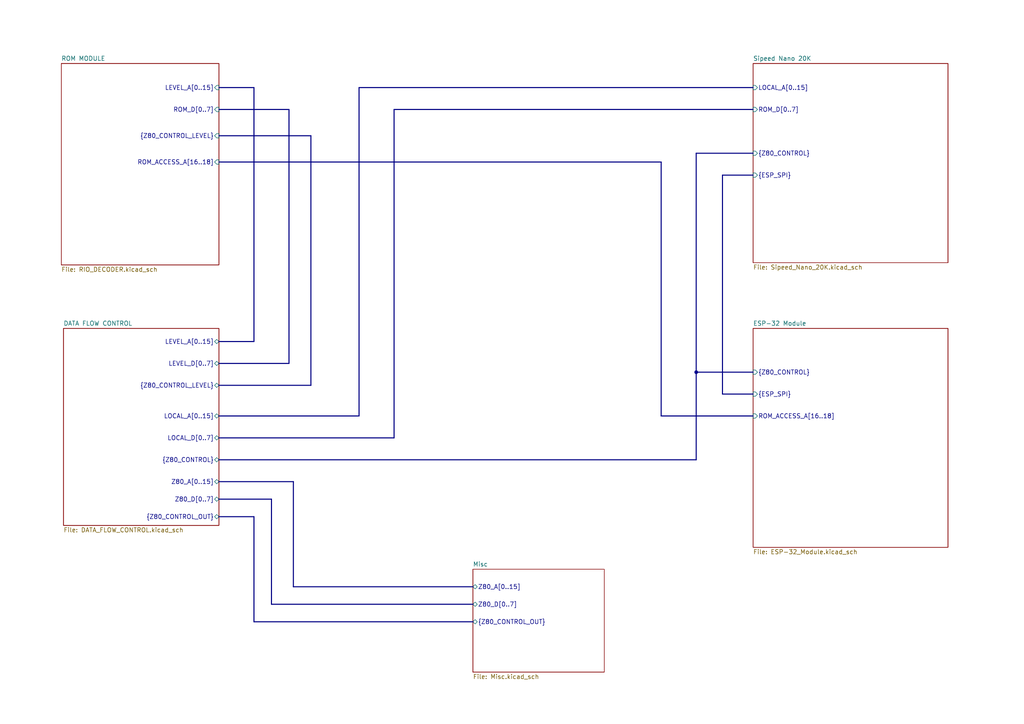
<source format=kicad_sch>
(kicad_sch
	(version 20231120)
	(generator "eeschema")
	(generator_version "8.0")
	(uuid "3f4c9c6f-2a2f-4b07-95a4-300eafec0cc9")
	(paper "A4")
	(lib_symbols)
	(bus_alias "Z80_CONTROL"
		(members "RD" "RW" "IORQ" "MEMRQ" "BUSRQ" "WAIT" "NMI" "ROMCS" "BUSACK"
			"RESET" "Spare_1" "Spare_2" "Spare_3" "Spare_4" "SYSTEM_READY"
		)
	)
	(junction
		(at 201.93 107.95)
		(diameter 0)
		(color 0 0 0 0)
		(uuid "5ddcb26b-d3c4-4b69-a36c-04c64ad744d2")
	)
	(bus
		(pts
			(xy 63.5 120.65) (xy 104.14 120.65)
		)
		(stroke
			(width 0)
			(type default)
		)
		(uuid "0613132a-8e03-47e9-98a6-e722914156ec")
	)
	(bus
		(pts
			(xy 73.66 99.06) (xy 73.66 25.4)
		)
		(stroke
			(width 0)
			(type default)
		)
		(uuid "0c70d41d-bd3e-4c2c-a923-f2b35e293df9")
	)
	(bus
		(pts
			(xy 63.5 46.99) (xy 191.77 46.99)
		)
		(stroke
			(width 0)
			(type default)
		)
		(uuid "145c90f9-b555-4cb7-921c-3d56522301de")
	)
	(bus
		(pts
			(xy 114.3 127) (xy 114.3 31.75)
		)
		(stroke
			(width 0)
			(type default)
		)
		(uuid "18ed830b-cebb-49b7-bc97-a6e36e16975d")
	)
	(bus
		(pts
			(xy 63.5 149.86) (xy 73.66 149.86)
		)
		(stroke
			(width 0)
			(type default)
		)
		(uuid "1cdb9c35-279e-4c16-9b62-1394737e78be")
	)
	(bus
		(pts
			(xy 201.93 44.45) (xy 218.44 44.45)
		)
		(stroke
			(width 0)
			(type default)
		)
		(uuid "213e7a1a-d52c-4594-9540-248941e3b065")
	)
	(bus
		(pts
			(xy 85.09 139.7) (xy 85.09 170.18)
		)
		(stroke
			(width 0)
			(type default)
		)
		(uuid "374a30be-719d-4dbf-b08f-cd93cc222ab7")
	)
	(bus
		(pts
			(xy 83.82 105.41) (xy 83.82 31.75)
		)
		(stroke
			(width 0)
			(type default)
		)
		(uuid "37d3fdb3-4add-45fb-bb1f-841a1abb747b")
	)
	(bus
		(pts
			(xy 114.3 31.75) (xy 218.44 31.75)
		)
		(stroke
			(width 0)
			(type default)
		)
		(uuid "3f306570-8e53-4cab-b061-e06af39619e7")
	)
	(bus
		(pts
			(xy 63.5 99.06) (xy 73.66 99.06)
		)
		(stroke
			(width 0)
			(type default)
		)
		(uuid "417f1d09-89b7-427b-82d1-6f6b649ac9ba")
	)
	(bus
		(pts
			(xy 104.14 120.65) (xy 104.14 25.4)
		)
		(stroke
			(width 0)
			(type default)
		)
		(uuid "498abfcd-ed09-4532-bb8c-130edc4f2609")
	)
	(bus
		(pts
			(xy 218.44 50.8) (xy 209.55 50.8)
		)
		(stroke
			(width 0)
			(type default)
		)
		(uuid "4ea1ec56-1dc9-4c94-aa4d-0b8ece1629ca")
	)
	(bus
		(pts
			(xy 104.14 25.4) (xy 218.44 25.4)
		)
		(stroke
			(width 0)
			(type default)
		)
		(uuid "5474b9e2-5d5e-45f6-95cc-d4f8cc4f9c1d")
	)
	(bus
		(pts
			(xy 63.5 139.7) (xy 85.09 139.7)
		)
		(stroke
			(width 0)
			(type default)
		)
		(uuid "5e1d6167-6f71-416d-9af6-9327390fc2ec")
	)
	(bus
		(pts
			(xy 63.5 105.41) (xy 83.82 105.41)
		)
		(stroke
			(width 0)
			(type default)
		)
		(uuid "63c33ec1-d6fe-4599-8228-63f881415cb8")
	)
	(bus
		(pts
			(xy 201.93 133.35) (xy 201.93 107.95)
		)
		(stroke
			(width 0)
			(type default)
		)
		(uuid "6ed99457-5ae8-44d4-9eb1-9bb048c77577")
	)
	(bus
		(pts
			(xy 73.66 149.86) (xy 73.66 180.34)
		)
		(stroke
			(width 0)
			(type default)
		)
		(uuid "810a2118-e498-43a4-8471-4ca8b579ad16")
	)
	(bus
		(pts
			(xy 63.5 133.35) (xy 201.93 133.35)
		)
		(stroke
			(width 0)
			(type default)
		)
		(uuid "9534b6ed-b0d5-4771-9012-60b2894b4fa7")
	)
	(bus
		(pts
			(xy 90.17 111.76) (xy 63.5 111.76)
		)
		(stroke
			(width 0)
			(type default)
		)
		(uuid "9ac019da-d8ed-4485-9d79-23d1a0efafd4")
	)
	(bus
		(pts
			(xy 85.09 170.18) (xy 137.16 170.18)
		)
		(stroke
			(width 0)
			(type default)
		)
		(uuid "a33b024e-72b8-41b6-a88b-83206cba0355")
	)
	(bus
		(pts
			(xy 63.5 39.37) (xy 90.17 39.37)
		)
		(stroke
			(width 0)
			(type default)
		)
		(uuid "a52cf348-a344-401e-a3ca-f8a7e23921b6")
	)
	(bus
		(pts
			(xy 83.82 31.75) (xy 63.5 31.75)
		)
		(stroke
			(width 0)
			(type default)
		)
		(uuid "a5878e97-a21b-47ce-8916-7c39c934df93")
	)
	(bus
		(pts
			(xy 201.93 107.95) (xy 201.93 44.45)
		)
		(stroke
			(width 0)
			(type default)
		)
		(uuid "b18abe23-9544-4487-8a9a-1231fd8e4868")
	)
	(bus
		(pts
			(xy 191.77 46.99) (xy 191.77 120.65)
		)
		(stroke
			(width 0)
			(type default)
		)
		(uuid "b2b8428a-a3fd-4b41-a9ad-80b39f317e82")
	)
	(bus
		(pts
			(xy 209.55 50.8) (xy 209.55 114.3)
		)
		(stroke
			(width 0)
			(type default)
		)
		(uuid "b86105da-20cf-467d-81a4-97ce98da63e0")
	)
	(bus
		(pts
			(xy 218.44 107.95) (xy 201.93 107.95)
		)
		(stroke
			(width 0)
			(type default)
		)
		(uuid "c04eb9ff-722b-40fe-b8f9-7f52c39a0b03")
	)
	(bus
		(pts
			(xy 63.5 127) (xy 114.3 127)
		)
		(stroke
			(width 0)
			(type default)
		)
		(uuid "c34aaa9d-aae3-4131-a335-dec662d80c41")
	)
	(bus
		(pts
			(xy 78.74 175.26) (xy 137.16 175.26)
		)
		(stroke
			(width 0)
			(type default)
		)
		(uuid "c5221797-650b-4f0c-a25c-744da3edab3e")
	)
	(bus
		(pts
			(xy 63.5 144.78) (xy 78.74 144.78)
		)
		(stroke
			(width 0)
			(type default)
		)
		(uuid "c5c8d909-a342-4276-a62d-33b64431395e")
	)
	(bus
		(pts
			(xy 73.66 180.34) (xy 137.16 180.34)
		)
		(stroke
			(width 0)
			(type default)
		)
		(uuid "cc60262b-d038-4b60-8033-3814b1eafabc")
	)
	(bus
		(pts
			(xy 209.55 114.3) (xy 218.44 114.3)
		)
		(stroke
			(width 0)
			(type default)
		)
		(uuid "d931dca4-7622-4ba0-a502-db8d97afc842")
	)
	(bus
		(pts
			(xy 78.74 144.78) (xy 78.74 175.26)
		)
		(stroke
			(width 0)
			(type default)
		)
		(uuid "e2eb6fb3-3d31-40fb-bd6d-b819313fa38a")
	)
	(bus
		(pts
			(xy 191.77 120.65) (xy 218.44 120.65)
		)
		(stroke
			(width 0)
			(type default)
		)
		(uuid "e739bd8e-aa28-43b4-915a-6c0446a9d8ca")
	)
	(bus
		(pts
			(xy 73.66 25.4) (xy 63.5 25.4)
		)
		(stroke
			(width 0)
			(type default)
		)
		(uuid "f7de74cd-abe0-4d19-aa5e-675aefb93fdb")
	)
	(bus
		(pts
			(xy 90.17 39.37) (xy 90.17 111.76)
		)
		(stroke
			(width 0)
			(type default)
		)
		(uuid "fd9a5ea1-ff90-4f0e-8d5c-a8f46a689358")
	)
	(sheet
		(at 18.415 95.25)
		(size 45.085 57.15)
		(fields_autoplaced yes)
		(stroke
			(width 0.1524)
			(type solid)
		)
		(fill
			(color 0 0 0 0.0000)
		)
		(uuid "3819b517-91f5-4c26-9360-680e98a2399c")
		(property "Sheetname" "DATA FLOW CONTROL"
			(at 18.415 94.5384 0)
			(effects
				(font
					(size 1.27 1.27)
				)
				(justify left bottom)
			)
		)
		(property "Sheetfile" "DATA_FLOW_CONTROL.kicad_sch"
			(at 18.415 152.9846 0)
			(effects
				(font
					(size 1.27 1.27)
				)
				(justify left top)
			)
		)
		(pin "LOCAL_D[0..7]" bidirectional
			(at 63.5 127 0)
			(effects
				(font
					(size 1.27 1.27)
				)
				(justify right)
			)
			(uuid "25c3761d-c16c-4482-abff-032dc4c0f2c2")
		)
		(pin "LOCAL_A[0..15]" bidirectional
			(at 63.5 120.65 0)
			(effects
				(font
					(size 1.27 1.27)
				)
				(justify right)
			)
			(uuid "2af009a3-a6ad-4bf9-abb6-ff7bc708d85d")
		)
		(pin "{Z80_CONTROL}" bidirectional
			(at 63.5 133.35 0)
			(effects
				(font
					(size 1.27 1.27)
				)
				(justify right)
			)
			(uuid "39784ca5-cf02-4633-9378-e8dc65bffbe7")
		)
		(pin "LEVEL_D[0..7]" bidirectional
			(at 63.5 105.41 0)
			(effects
				(font
					(size 1.27 1.27)
				)
				(justify right)
			)
			(uuid "72d926be-9ef8-46d1-ad49-83eb914e50c3")
		)
		(pin "LEVEL_A[0..15]" bidirectional
			(at 63.5 99.06 0)
			(effects
				(font
					(size 1.27 1.27)
				)
				(justify right)
			)
			(uuid "58160740-c4fe-4003-8907-26fbf068caa6")
		)
		(pin "{Z80_CONTROL_OUT}" bidirectional
			(at 63.5 149.86 0)
			(effects
				(font
					(size 1.27 1.27)
				)
				(justify right)
			)
			(uuid "ab036135-f04b-4bf1-9aa7-d3a48a297bda")
		)
		(pin "{Z80_CONTROL_LEVEL}" bidirectional
			(at 63.5 111.76 0)
			(effects
				(font
					(size 1.27 1.27)
				)
				(justify right)
			)
			(uuid "caf558f7-6ff5-411d-a9fe-069ba019e165")
		)
		(pin "Z80_A[0..15]" bidirectional
			(at 63.5 139.7 0)
			(effects
				(font
					(size 1.27 1.27)
				)
				(justify right)
			)
			(uuid "72558cdb-e9db-4cf6-942f-1b1013fc0042")
		)
		(pin "Z80_D[0..7]" bidirectional
			(at 63.5 144.78 0)
			(effects
				(font
					(size 1.27 1.27)
				)
				(justify right)
			)
			(uuid "7a336014-54b0-43a6-ae77-414a9bffd0c8")
		)
		(instances
			(project "FujiNet_5.0"
				(path "/3f4c9c6f-2a2f-4b07-95a4-300eafec0cc9"
					(page "6")
				)
			)
		)
	)
	(sheet
		(at 218.44 95.25)
		(size 56.515 63.5)
		(fields_autoplaced yes)
		(stroke
			(width 0.1524)
			(type solid)
		)
		(fill
			(color 0 0 0 0.0000)
		)
		(uuid "77b39b7d-8cf6-4059-851d-f3b7e070a985")
		(property "Sheetname" "ESP-32 Module"
			(at 218.44 94.5384 0)
			(effects
				(font
					(size 1.27 1.27)
				)
				(justify left bottom)
			)
		)
		(property "Sheetfile" "ESP-32_Module.kicad_sch"
			(at 218.44 159.3346 0)
			(effects
				(font
					(size 1.27 1.27)
				)
				(justify left top)
			)
		)
		(pin "ROM_ACCESS_A[16..18]" input
			(at 218.44 120.65 180)
			(effects
				(font
					(size 1.27 1.27)
				)
				(justify left)
			)
			(uuid "234713e7-3221-4096-aa6a-b105db8efe8a")
		)
		(pin "{Z80_CONTROL}" input
			(at 218.44 107.95 180)
			(effects
				(font
					(size 1.27 1.27)
				)
				(justify left)
			)
			(uuid "f02852f6-872b-4f18-befb-778f7c4a1a71")
		)
		(pin "{ESP_SPI}" input
			(at 218.44 114.3 180)
			(effects
				(font
					(size 1.27 1.27)
				)
				(justify left)
			)
			(uuid "24c08ea2-cdb1-42f0-ac8c-01926ae2caf5")
		)
		(instances
			(project "FujiNet_5.0"
				(path "/3f4c9c6f-2a2f-4b07-95a4-300eafec0cc9"
					(page "8")
				)
			)
		)
	)
	(sheet
		(at 218.44 18.415)
		(size 56.515 57.785)
		(fields_autoplaced yes)
		(stroke
			(width 0.1524)
			(type solid)
		)
		(fill
			(color 0 0 0 0.0000)
		)
		(uuid "b1fc653d-53e5-4026-a1f1-1de1c7ce3f12")
		(property "Sheetname" "Sipeed Nano 20K"
			(at 218.44 17.7034 0)
			(effects
				(font
					(size 1.27 1.27)
				)
				(justify left bottom)
			)
		)
		(property "Sheetfile" "Sipeed_Nano_20K.kicad_sch"
			(at 218.44 76.7846 0)
			(effects
				(font
					(size 1.27 1.27)
				)
				(justify left top)
			)
		)
		(pin "{ESP_SPI}" input
			(at 218.44 50.8 180)
			(effects
				(font
					(size 1.27 1.27)
				)
				(justify left)
			)
			(uuid "3a98defb-4f95-4bb3-9b47-d087168bea3b")
		)
		(pin "{Z80_CONTROL}" input
			(at 218.44 44.45 180)
			(effects
				(font
					(size 1.27 1.27)
				)
				(justify left)
			)
			(uuid "03d98d27-382e-441b-bac4-67ee97217965")
		)
		(pin "LOCAL_A[0..15]" input
			(at 218.44 25.4 180)
			(effects
				(font
					(size 1.27 1.27)
				)
				(justify left)
			)
			(uuid "2647d7af-8ab8-46a2-9f3a-55c0691b6c79")
		)
		(pin "ROM_D[0..7]" input
			(at 218.44 31.75 180)
			(effects
				(font
					(size 1.27 1.27)
				)
				(justify left)
			)
			(uuid "0cb9b491-151f-48dc-b4e5-556cd818c775")
		)
		(instances
			(project "FujiNet_5.0"
				(path "/3f4c9c6f-2a2f-4b07-95a4-300eafec0cc9"
					(page "7")
				)
			)
		)
	)
	(sheet
		(at 137.16 165.1)
		(size 38.1 29.845)
		(fields_autoplaced yes)
		(stroke
			(width 0.1524)
			(type solid)
		)
		(fill
			(color 0 0 0 0.0000)
		)
		(uuid "da538b34-03c1-4694-becc-e452b358138d")
		(property "Sheetname" "Misc"
			(at 137.16 164.3884 0)
			(effects
				(font
					(size 1.27 1.27)
				)
				(justify left bottom)
			)
		)
		(property "Sheetfile" "Misc.kicad_sch"
			(at 137.16 195.5296 0)
			(effects
				(font
					(size 1.27 1.27)
				)
				(justify left top)
			)
		)
		(pin "{Z80_CONTROL_OUT}" bidirectional
			(at 137.16 180.34 180)
			(effects
				(font
					(size 1.27 1.27)
				)
				(justify left)
			)
			(uuid "5367ef7a-4930-4d42-b377-5eb08b7ae20b")
		)
		(pin "Z80_D[0..7]" bidirectional
			(at 137.16 175.26 180)
			(effects
				(font
					(size 1.27 1.27)
				)
				(justify left)
			)
			(uuid "3797cbc9-a2fb-4c55-aa45-75eb8da2c24a")
		)
		(pin "Z80_A[0..15]" bidirectional
			(at 137.16 170.18 180)
			(effects
				(font
					(size 1.27 1.27)
				)
				(justify left)
			)
			(uuid "5dee2e84-dd64-4fe3-802b-896312c1c456")
		)
		(instances
			(project "FujiNet_5.0"
				(path "/3f4c9c6f-2a2f-4b07-95a4-300eafec0cc9"
					(page "9")
				)
			)
		)
	)
	(sheet
		(at 17.78 18.415)
		(size 45.72 58.42)
		(fields_autoplaced yes)
		(stroke
			(width 0.1524)
			(type solid)
		)
		(fill
			(color 0 0 0 0.0000)
		)
		(uuid "f5c6edd0-e00d-4cd9-84d8-e97bc3b54145")
		(property "Sheetname" "ROM MODULE"
			(at 17.78 17.7034 0)
			(effects
				(font
					(size 1.27 1.27)
				)
				(justify left bottom)
			)
		)
		(property "Sheetfile" "RIO_DECODER.kicad_sch"
			(at 17.78 77.4196 0)
			(effects
				(font
					(size 1.27 1.27)
				)
				(justify left top)
			)
		)
		(pin "ROM_D[0..7]" input
			(at 63.5 31.75 0)
			(effects
				(font
					(size 1.27 1.27)
				)
				(justify right)
			)
			(uuid "653750be-1338-4c02-8acc-ac0aaa138b72")
		)
		(pin "ROM_ACCESS_A[16..18]" input
			(at 63.5 46.99 0)
			(effects
				(font
					(size 1.27 1.27)
				)
				(justify right)
			)
			(uuid "0e81586c-01ab-4d9b-beca-d4a22d13ab7c")
		)
		(pin "LEVEL_A[0..15]" input
			(at 63.5 25.4 0)
			(effects
				(font
					(size 1.27 1.27)
				)
				(justify right)
			)
			(uuid "2ab031de-9547-4770-b112-4cf8cbe5e56a")
		)
		(pin "{Z80_CONTROL_LEVEL}" input
			(at 63.5 39.37 0)
			(effects
				(font
					(size 1.27 1.27)
				)
				(justify right)
			)
			(uuid "d4bbf9e9-3480-458c-b306-3062cb90a8ab")
		)
		(instances
			(project "FujiNet_5.0"
				(path "/3f4c9c6f-2a2f-4b07-95a4-300eafec0cc9"
					(page "5")
				)
			)
		)
	)
	(sheet_instances
		(path "/"
			(page "1")
		)
	)
)

</source>
